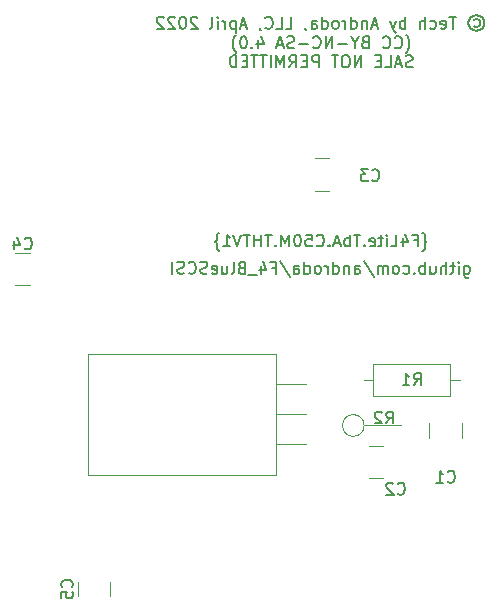
<source format=gbr>
%TF.GenerationSoftware,KiCad,Pcbnew,(6.0.2)*%
%TF.CreationDate,2022-04-05T12:16:13-06:00*%
%TF.ProjectId,Centronics50_F4Lite_THTV1,43656e74-726f-46e6-9963-7335305f4634,rev?*%
%TF.SameCoordinates,Original*%
%TF.FileFunction,Legend,Bot*%
%TF.FilePolarity,Positive*%
%FSLAX46Y46*%
G04 Gerber Fmt 4.6, Leading zero omitted, Abs format (unit mm)*
G04 Created by KiCad (PCBNEW (6.0.2)) date 2022-04-05 12:16:13*
%MOMM*%
%LPD*%
G01*
G04 APERTURE LIST*
%ADD10C,0.150000*%
%ADD11C,0.120000*%
G04 APERTURE END LIST*
D10*
X143350476Y-34628333D02*
X143398095Y-34580714D01*
X143493333Y-34437857D01*
X143540952Y-34342619D01*
X143588571Y-34199761D01*
X143636190Y-33961666D01*
X143636190Y-33771190D01*
X143588571Y-33533095D01*
X143540952Y-33390238D01*
X143493333Y-33295000D01*
X143398095Y-33152142D01*
X143350476Y-33104523D01*
X142398095Y-34152142D02*
X142445714Y-34199761D01*
X142588571Y-34247380D01*
X142683809Y-34247380D01*
X142826666Y-34199761D01*
X142921904Y-34104523D01*
X142969523Y-34009285D01*
X143017142Y-33818809D01*
X143017142Y-33675952D01*
X142969523Y-33485476D01*
X142921904Y-33390238D01*
X142826666Y-33295000D01*
X142683809Y-33247380D01*
X142588571Y-33247380D01*
X142445714Y-33295000D01*
X142398095Y-33342619D01*
X141398095Y-34152142D02*
X141445714Y-34199761D01*
X141588571Y-34247380D01*
X141683809Y-34247380D01*
X141826666Y-34199761D01*
X141921904Y-34104523D01*
X141969523Y-34009285D01*
X142017142Y-33818809D01*
X142017142Y-33675952D01*
X141969523Y-33485476D01*
X141921904Y-33390238D01*
X141826666Y-33295000D01*
X141683809Y-33247380D01*
X141588571Y-33247380D01*
X141445714Y-33295000D01*
X141398095Y-33342619D01*
X139874285Y-33723571D02*
X139731428Y-33771190D01*
X139683809Y-33818809D01*
X139636190Y-33914047D01*
X139636190Y-34056904D01*
X139683809Y-34152142D01*
X139731428Y-34199761D01*
X139826666Y-34247380D01*
X140207619Y-34247380D01*
X140207619Y-33247380D01*
X139874285Y-33247380D01*
X139779047Y-33295000D01*
X139731428Y-33342619D01*
X139683809Y-33437857D01*
X139683809Y-33533095D01*
X139731428Y-33628333D01*
X139779047Y-33675952D01*
X139874285Y-33723571D01*
X140207619Y-33723571D01*
X139017142Y-33771190D02*
X139017142Y-34247380D01*
X139350476Y-33247380D02*
X139017142Y-33771190D01*
X138683809Y-33247380D01*
X138350476Y-33866428D02*
X137588571Y-33866428D01*
X137112380Y-34247380D02*
X137112380Y-33247380D01*
X136540952Y-34247380D01*
X136540952Y-33247380D01*
X135493333Y-34152142D02*
X135540952Y-34199761D01*
X135683809Y-34247380D01*
X135779047Y-34247380D01*
X135921904Y-34199761D01*
X136017142Y-34104523D01*
X136064761Y-34009285D01*
X136112380Y-33818809D01*
X136112380Y-33675952D01*
X136064761Y-33485476D01*
X136017142Y-33390238D01*
X135921904Y-33295000D01*
X135779047Y-33247380D01*
X135683809Y-33247380D01*
X135540952Y-33295000D01*
X135493333Y-33342619D01*
X135064761Y-33866428D02*
X134302857Y-33866428D01*
X133874285Y-34199761D02*
X133731428Y-34247380D01*
X133493333Y-34247380D01*
X133398095Y-34199761D01*
X133350476Y-34152142D01*
X133302857Y-34056904D01*
X133302857Y-33961666D01*
X133350476Y-33866428D01*
X133398095Y-33818809D01*
X133493333Y-33771190D01*
X133683809Y-33723571D01*
X133779047Y-33675952D01*
X133826666Y-33628333D01*
X133874285Y-33533095D01*
X133874285Y-33437857D01*
X133826666Y-33342619D01*
X133779047Y-33295000D01*
X133683809Y-33247380D01*
X133445714Y-33247380D01*
X133302857Y-33295000D01*
X132921904Y-33961666D02*
X132445714Y-33961666D01*
X133017142Y-34247380D02*
X132683809Y-33247380D01*
X132350476Y-34247380D01*
X130826666Y-33580714D02*
X130826666Y-34247380D01*
X131064761Y-33199761D02*
X131302857Y-33914047D01*
X130683809Y-33914047D01*
X130302857Y-34152142D02*
X130255238Y-34199761D01*
X130302857Y-34247380D01*
X130350476Y-34199761D01*
X130302857Y-34152142D01*
X130302857Y-34247380D01*
X129636190Y-33247380D02*
X129540952Y-33247380D01*
X129445714Y-33295000D01*
X129398095Y-33342619D01*
X129350476Y-33437857D01*
X129302857Y-33628333D01*
X129302857Y-33866428D01*
X129350476Y-34056904D01*
X129398095Y-34152142D01*
X129445714Y-34199761D01*
X129540952Y-34247380D01*
X129636190Y-34247380D01*
X129731428Y-34199761D01*
X129779047Y-34152142D01*
X129826666Y-34056904D01*
X129874285Y-33866428D01*
X129874285Y-33628333D01*
X129826666Y-33437857D01*
X129779047Y-33342619D01*
X129731428Y-33295000D01*
X129636190Y-33247380D01*
X128969523Y-34628333D02*
X128921904Y-34580714D01*
X128826666Y-34437857D01*
X128779047Y-34342619D01*
X128731428Y-34199761D01*
X128683809Y-33961666D01*
X128683809Y-33771190D01*
X128731428Y-33533095D01*
X128779047Y-33390238D01*
X128826666Y-33295000D01*
X128921904Y-33152142D01*
X128969523Y-33104523D01*
X143898095Y-35809761D02*
X143755238Y-35857380D01*
X143517142Y-35857380D01*
X143421904Y-35809761D01*
X143374285Y-35762142D01*
X143326666Y-35666904D01*
X143326666Y-35571666D01*
X143374285Y-35476428D01*
X143421904Y-35428809D01*
X143517142Y-35381190D01*
X143707619Y-35333571D01*
X143802857Y-35285952D01*
X143850476Y-35238333D01*
X143898095Y-35143095D01*
X143898095Y-35047857D01*
X143850476Y-34952619D01*
X143802857Y-34905000D01*
X143707619Y-34857380D01*
X143469523Y-34857380D01*
X143326666Y-34905000D01*
X142945714Y-35571666D02*
X142469523Y-35571666D01*
X143040952Y-35857380D02*
X142707619Y-34857380D01*
X142374285Y-35857380D01*
X141564761Y-35857380D02*
X142040952Y-35857380D01*
X142040952Y-34857380D01*
X141231428Y-35333571D02*
X140898095Y-35333571D01*
X140755238Y-35857380D02*
X141231428Y-35857380D01*
X141231428Y-34857380D01*
X140755238Y-34857380D01*
X139564761Y-35857380D02*
X139564761Y-34857380D01*
X138993333Y-35857380D01*
X138993333Y-34857380D01*
X138326666Y-34857380D02*
X138136190Y-34857380D01*
X138040952Y-34905000D01*
X137945714Y-35000238D01*
X137898095Y-35190714D01*
X137898095Y-35524047D01*
X137945714Y-35714523D01*
X138040952Y-35809761D01*
X138136190Y-35857380D01*
X138326666Y-35857380D01*
X138421904Y-35809761D01*
X138517142Y-35714523D01*
X138564761Y-35524047D01*
X138564761Y-35190714D01*
X138517142Y-35000238D01*
X138421904Y-34905000D01*
X138326666Y-34857380D01*
X137612380Y-34857380D02*
X137040952Y-34857380D01*
X137326666Y-35857380D02*
X137326666Y-34857380D01*
X135945714Y-35857380D02*
X135945714Y-34857380D01*
X135564761Y-34857380D01*
X135469523Y-34905000D01*
X135421904Y-34952619D01*
X135374285Y-35047857D01*
X135374285Y-35190714D01*
X135421904Y-35285952D01*
X135469523Y-35333571D01*
X135564761Y-35381190D01*
X135945714Y-35381190D01*
X134945714Y-35333571D02*
X134612380Y-35333571D01*
X134469523Y-35857380D02*
X134945714Y-35857380D01*
X134945714Y-34857380D01*
X134469523Y-34857380D01*
X133469523Y-35857380D02*
X133802857Y-35381190D01*
X134040952Y-35857380D02*
X134040952Y-34857380D01*
X133660000Y-34857380D01*
X133564761Y-34905000D01*
X133517142Y-34952619D01*
X133469523Y-35047857D01*
X133469523Y-35190714D01*
X133517142Y-35285952D01*
X133564761Y-35333571D01*
X133660000Y-35381190D01*
X134040952Y-35381190D01*
X133040952Y-35857380D02*
X133040952Y-34857380D01*
X132707619Y-35571666D01*
X132374285Y-34857380D01*
X132374285Y-35857380D01*
X131898095Y-35857380D02*
X131898095Y-34857380D01*
X131564761Y-34857380D02*
X130993333Y-34857380D01*
X131279047Y-35857380D02*
X131279047Y-34857380D01*
X130802857Y-34857380D02*
X130231428Y-34857380D01*
X130517142Y-35857380D02*
X130517142Y-34857380D01*
X129898095Y-35333571D02*
X129564761Y-35333571D01*
X129421904Y-35857380D02*
X129898095Y-35857380D01*
X129898095Y-34857380D01*
X129421904Y-34857380D01*
X128993333Y-35857380D02*
X128993333Y-34857380D01*
X128755238Y-34857380D01*
X128612380Y-34905000D01*
X128517142Y-35000238D01*
X128469523Y-35095476D01*
X128421904Y-35285952D01*
X128421904Y-35428809D01*
X128469523Y-35619285D01*
X128517142Y-35714523D01*
X128612380Y-35809761D01*
X128755238Y-35857380D01*
X128993333Y-35857380D01*
X148276697Y-52676134D02*
X148276697Y-53485658D01*
X148324316Y-53580896D01*
X148371935Y-53628515D01*
X148467173Y-53676134D01*
X148610030Y-53676134D01*
X148705268Y-53628515D01*
X148276697Y-53295181D02*
X148371935Y-53342800D01*
X148562411Y-53342800D01*
X148657649Y-53295181D01*
X148705268Y-53247562D01*
X148752887Y-53152324D01*
X148752887Y-52866610D01*
X148705268Y-52771372D01*
X148657649Y-52723753D01*
X148562411Y-52676134D01*
X148371935Y-52676134D01*
X148276697Y-52723753D01*
X147800506Y-53342800D02*
X147800506Y-52676134D01*
X147800506Y-52342800D02*
X147848125Y-52390420D01*
X147800506Y-52438039D01*
X147752887Y-52390420D01*
X147800506Y-52342800D01*
X147800506Y-52438039D01*
X147467173Y-52676134D02*
X147086220Y-52676134D01*
X147324316Y-52342800D02*
X147324316Y-53199943D01*
X147276697Y-53295181D01*
X147181459Y-53342800D01*
X147086220Y-53342800D01*
X146752887Y-53342800D02*
X146752887Y-52342800D01*
X146324316Y-53342800D02*
X146324316Y-52818991D01*
X146371935Y-52723753D01*
X146467173Y-52676134D01*
X146610030Y-52676134D01*
X146705268Y-52723753D01*
X146752887Y-52771372D01*
X145419554Y-52676134D02*
X145419554Y-53342800D01*
X145848125Y-52676134D02*
X145848125Y-53199943D01*
X145800506Y-53295181D01*
X145705268Y-53342800D01*
X145562411Y-53342800D01*
X145467173Y-53295181D01*
X145419554Y-53247562D01*
X144943363Y-53342800D02*
X144943363Y-52342800D01*
X144943363Y-52723753D02*
X144848125Y-52676134D01*
X144657649Y-52676134D01*
X144562411Y-52723753D01*
X144514792Y-52771372D01*
X144467173Y-52866610D01*
X144467173Y-53152324D01*
X144514792Y-53247562D01*
X144562411Y-53295181D01*
X144657649Y-53342800D01*
X144848125Y-53342800D01*
X144943363Y-53295181D01*
X144038601Y-53247562D02*
X143990982Y-53295181D01*
X144038601Y-53342800D01*
X144086220Y-53295181D01*
X144038601Y-53247562D01*
X144038601Y-53342800D01*
X143133840Y-53295181D02*
X143229078Y-53342800D01*
X143419554Y-53342800D01*
X143514792Y-53295181D01*
X143562411Y-53247562D01*
X143610030Y-53152324D01*
X143610030Y-52866610D01*
X143562411Y-52771372D01*
X143514792Y-52723753D01*
X143419554Y-52676134D01*
X143229078Y-52676134D01*
X143133840Y-52723753D01*
X142562411Y-53342800D02*
X142657649Y-53295181D01*
X142705268Y-53247562D01*
X142752887Y-53152324D01*
X142752887Y-52866610D01*
X142705268Y-52771372D01*
X142657649Y-52723753D01*
X142562411Y-52676134D01*
X142419554Y-52676134D01*
X142324316Y-52723753D01*
X142276697Y-52771372D01*
X142229078Y-52866610D01*
X142229078Y-53152324D01*
X142276697Y-53247562D01*
X142324316Y-53295181D01*
X142419554Y-53342800D01*
X142562411Y-53342800D01*
X141800506Y-53342800D02*
X141800506Y-52676134D01*
X141800506Y-52771372D02*
X141752887Y-52723753D01*
X141657649Y-52676134D01*
X141514792Y-52676134D01*
X141419554Y-52723753D01*
X141371935Y-52818991D01*
X141371935Y-53342800D01*
X141371935Y-52818991D02*
X141324316Y-52723753D01*
X141229078Y-52676134D01*
X141086220Y-52676134D01*
X140990982Y-52723753D01*
X140943363Y-52818991D01*
X140943363Y-53342800D01*
X139752887Y-52295181D02*
X140610030Y-53580896D01*
X138990982Y-53342800D02*
X138990982Y-52818991D01*
X139038601Y-52723753D01*
X139133840Y-52676134D01*
X139324316Y-52676134D01*
X139419554Y-52723753D01*
X138990982Y-53295181D02*
X139086220Y-53342800D01*
X139324316Y-53342800D01*
X139419554Y-53295181D01*
X139467173Y-53199943D01*
X139467173Y-53104705D01*
X139419554Y-53009467D01*
X139324316Y-52961848D01*
X139086220Y-52961848D01*
X138990982Y-52914229D01*
X138514792Y-52676134D02*
X138514792Y-53342800D01*
X138514792Y-52771372D02*
X138467173Y-52723753D01*
X138371935Y-52676134D01*
X138229078Y-52676134D01*
X138133840Y-52723753D01*
X138086220Y-52818991D01*
X138086220Y-53342800D01*
X137181459Y-53342800D02*
X137181459Y-52342800D01*
X137181459Y-53295181D02*
X137276697Y-53342800D01*
X137467173Y-53342800D01*
X137562411Y-53295181D01*
X137610030Y-53247562D01*
X137657649Y-53152324D01*
X137657649Y-52866610D01*
X137610030Y-52771372D01*
X137562411Y-52723753D01*
X137467173Y-52676134D01*
X137276697Y-52676134D01*
X137181459Y-52723753D01*
X136705268Y-53342800D02*
X136705268Y-52676134D01*
X136705268Y-52866610D02*
X136657649Y-52771372D01*
X136610030Y-52723753D01*
X136514792Y-52676134D01*
X136419554Y-52676134D01*
X135943363Y-53342800D02*
X136038601Y-53295181D01*
X136086220Y-53247562D01*
X136133840Y-53152324D01*
X136133840Y-52866610D01*
X136086220Y-52771372D01*
X136038601Y-52723753D01*
X135943363Y-52676134D01*
X135800506Y-52676134D01*
X135705268Y-52723753D01*
X135657649Y-52771372D01*
X135610030Y-52866610D01*
X135610030Y-53152324D01*
X135657649Y-53247562D01*
X135705268Y-53295181D01*
X135800506Y-53342800D01*
X135943363Y-53342800D01*
X134752887Y-53342800D02*
X134752887Y-52342800D01*
X134752887Y-53295181D02*
X134848125Y-53342800D01*
X135038601Y-53342800D01*
X135133840Y-53295181D01*
X135181459Y-53247562D01*
X135229078Y-53152324D01*
X135229078Y-52866610D01*
X135181459Y-52771372D01*
X135133840Y-52723753D01*
X135038601Y-52676134D01*
X134848125Y-52676134D01*
X134752887Y-52723753D01*
X133848125Y-53342800D02*
X133848125Y-52818991D01*
X133895744Y-52723753D01*
X133990982Y-52676134D01*
X134181459Y-52676134D01*
X134276697Y-52723753D01*
X133848125Y-53295181D02*
X133943363Y-53342800D01*
X134181459Y-53342800D01*
X134276697Y-53295181D01*
X134324316Y-53199943D01*
X134324316Y-53104705D01*
X134276697Y-53009467D01*
X134181459Y-52961848D01*
X133943363Y-52961848D01*
X133848125Y-52914229D01*
X132657649Y-52295181D02*
X133514792Y-53580896D01*
X131990982Y-52818991D02*
X132324316Y-52818991D01*
X132324316Y-53342800D02*
X132324316Y-52342800D01*
X131848125Y-52342800D01*
X131038601Y-52676134D02*
X131038601Y-53342800D01*
X131276697Y-52295181D02*
X131514792Y-53009467D01*
X130895744Y-53009467D01*
X130752887Y-53438039D02*
X129990982Y-53438039D01*
X129419554Y-52818991D02*
X129276697Y-52866610D01*
X129229078Y-52914229D01*
X129181459Y-53009467D01*
X129181459Y-53152324D01*
X129229078Y-53247562D01*
X129276697Y-53295181D01*
X129371935Y-53342800D01*
X129752887Y-53342800D01*
X129752887Y-52342800D01*
X129419554Y-52342800D01*
X129324316Y-52390420D01*
X129276697Y-52438039D01*
X129229078Y-52533277D01*
X129229078Y-52628515D01*
X129276697Y-52723753D01*
X129324316Y-52771372D01*
X129419554Y-52818991D01*
X129752887Y-52818991D01*
X128610030Y-53342800D02*
X128705268Y-53295181D01*
X128752887Y-53199943D01*
X128752887Y-52342800D01*
X127800506Y-52676134D02*
X127800506Y-53342800D01*
X128229078Y-52676134D02*
X128229078Y-53199943D01*
X128181459Y-53295181D01*
X128086220Y-53342800D01*
X127943363Y-53342800D01*
X127848125Y-53295181D01*
X127800506Y-53247562D01*
X126943363Y-53295181D02*
X127038601Y-53342800D01*
X127229078Y-53342800D01*
X127324316Y-53295181D01*
X127371935Y-53199943D01*
X127371935Y-52818991D01*
X127324316Y-52723753D01*
X127229078Y-52676134D01*
X127038601Y-52676134D01*
X126943363Y-52723753D01*
X126895744Y-52818991D01*
X126895744Y-52914229D01*
X127371935Y-53009467D01*
X126514792Y-53295181D02*
X126371935Y-53342800D01*
X126133840Y-53342800D01*
X126038601Y-53295181D01*
X125990982Y-53247562D01*
X125943363Y-53152324D01*
X125943363Y-53057086D01*
X125990982Y-52961848D01*
X126038601Y-52914229D01*
X126133840Y-52866610D01*
X126324316Y-52818991D01*
X126419554Y-52771372D01*
X126467173Y-52723753D01*
X126514792Y-52628515D01*
X126514792Y-52533277D01*
X126467173Y-52438039D01*
X126419554Y-52390420D01*
X126324316Y-52342800D01*
X126086220Y-52342800D01*
X125943363Y-52390420D01*
X124943363Y-53247562D02*
X124990982Y-53295181D01*
X125133840Y-53342800D01*
X125229078Y-53342800D01*
X125371935Y-53295181D01*
X125467173Y-53199943D01*
X125514792Y-53104705D01*
X125562411Y-52914229D01*
X125562411Y-52771372D01*
X125514792Y-52580896D01*
X125467173Y-52485658D01*
X125371935Y-52390420D01*
X125229078Y-52342800D01*
X125133840Y-52342800D01*
X124990982Y-52390420D01*
X124943363Y-52438039D01*
X124562411Y-53295181D02*
X124419554Y-53342800D01*
X124181459Y-53342800D01*
X124086220Y-53295181D01*
X124038601Y-53247562D01*
X123990982Y-53152324D01*
X123990982Y-53057086D01*
X124038601Y-52961848D01*
X124086220Y-52914229D01*
X124181459Y-52866610D01*
X124371935Y-52818991D01*
X124467173Y-52771372D01*
X124514792Y-52723753D01*
X124562411Y-52628515D01*
X124562411Y-52533277D01*
X124514792Y-52438039D01*
X124467173Y-52390420D01*
X124371935Y-52342800D01*
X124133840Y-52342800D01*
X123990982Y-52390420D01*
X123562411Y-53342800D02*
X123562411Y-52342800D01*
X144729078Y-51404733D02*
X144776697Y-51404733D01*
X144871935Y-51357114D01*
X144919554Y-51261876D01*
X144919554Y-50785685D01*
X144967173Y-50690447D01*
X145062411Y-50642828D01*
X144967173Y-50595209D01*
X144919554Y-50499971D01*
X144919554Y-50023780D01*
X144871935Y-49928542D01*
X144776697Y-49880923D01*
X144729078Y-49880923D01*
X144014792Y-50499971D02*
X144348125Y-50499971D01*
X144348125Y-51023780D02*
X144348125Y-50023780D01*
X143871935Y-50023780D01*
X143062411Y-50357114D02*
X143062411Y-51023780D01*
X143300506Y-49976161D02*
X143538601Y-50690447D01*
X142919554Y-50690447D01*
X142062411Y-51023780D02*
X142538601Y-51023780D01*
X142538601Y-50023780D01*
X141729078Y-51023780D02*
X141729078Y-50357114D01*
X141729078Y-50023780D02*
X141776697Y-50071400D01*
X141729078Y-50119019D01*
X141681459Y-50071400D01*
X141729078Y-50023780D01*
X141729078Y-50119019D01*
X141395744Y-50357114D02*
X141014792Y-50357114D01*
X141252887Y-50023780D02*
X141252887Y-50880923D01*
X141205268Y-50976161D01*
X141110030Y-51023780D01*
X141014792Y-51023780D01*
X140300506Y-50976161D02*
X140395744Y-51023780D01*
X140586220Y-51023780D01*
X140681459Y-50976161D01*
X140729078Y-50880923D01*
X140729078Y-50499971D01*
X140681459Y-50404733D01*
X140586220Y-50357114D01*
X140395744Y-50357114D01*
X140300506Y-50404733D01*
X140252887Y-50499971D01*
X140252887Y-50595209D01*
X140729078Y-50690447D01*
X139824316Y-50928542D02*
X139776697Y-50976161D01*
X139824316Y-51023780D01*
X139871935Y-50976161D01*
X139824316Y-50928542D01*
X139824316Y-51023780D01*
X139490982Y-50023780D02*
X138919554Y-50023780D01*
X139205268Y-51023780D02*
X139205268Y-50023780D01*
X138586220Y-51023780D02*
X138586220Y-50023780D01*
X138586220Y-50404733D02*
X138490982Y-50357114D01*
X138300506Y-50357114D01*
X138205268Y-50404733D01*
X138157649Y-50452352D01*
X138110030Y-50547590D01*
X138110030Y-50833304D01*
X138157649Y-50928542D01*
X138205268Y-50976161D01*
X138300506Y-51023780D01*
X138490982Y-51023780D01*
X138586220Y-50976161D01*
X137729078Y-50738066D02*
X137252887Y-50738066D01*
X137824316Y-51023780D02*
X137490982Y-50023780D01*
X137157649Y-51023780D01*
X136824316Y-50928542D02*
X136776697Y-50976161D01*
X136824316Y-51023780D01*
X136871935Y-50976161D01*
X136824316Y-50928542D01*
X136824316Y-51023780D01*
X135776697Y-50928542D02*
X135824316Y-50976161D01*
X135967173Y-51023780D01*
X136062411Y-51023780D01*
X136205268Y-50976161D01*
X136300506Y-50880923D01*
X136348125Y-50785685D01*
X136395744Y-50595209D01*
X136395744Y-50452352D01*
X136348125Y-50261876D01*
X136300506Y-50166638D01*
X136205268Y-50071400D01*
X136062411Y-50023780D01*
X135967173Y-50023780D01*
X135824316Y-50071400D01*
X135776697Y-50119019D01*
X134871935Y-50023780D02*
X135348125Y-50023780D01*
X135395744Y-50499971D01*
X135348125Y-50452352D01*
X135252887Y-50404733D01*
X135014792Y-50404733D01*
X134919554Y-50452352D01*
X134871935Y-50499971D01*
X134824316Y-50595209D01*
X134824316Y-50833304D01*
X134871935Y-50928542D01*
X134919554Y-50976161D01*
X135014792Y-51023780D01*
X135252887Y-51023780D01*
X135348125Y-50976161D01*
X135395744Y-50928542D01*
X134205268Y-50023780D02*
X134110030Y-50023780D01*
X134014792Y-50071400D01*
X133967173Y-50119019D01*
X133919554Y-50214257D01*
X133871935Y-50404733D01*
X133871935Y-50642828D01*
X133919554Y-50833304D01*
X133967173Y-50928542D01*
X134014792Y-50976161D01*
X134110030Y-51023780D01*
X134205268Y-51023780D01*
X134300506Y-50976161D01*
X134348125Y-50928542D01*
X134395744Y-50833304D01*
X134443363Y-50642828D01*
X134443363Y-50404733D01*
X134395744Y-50214257D01*
X134348125Y-50119019D01*
X134300506Y-50071400D01*
X134205268Y-50023780D01*
X133443363Y-51023780D02*
X133443363Y-50023780D01*
X133110030Y-50738066D01*
X132776697Y-50023780D01*
X132776697Y-51023780D01*
X132300506Y-50928542D02*
X132252887Y-50976161D01*
X132300506Y-51023780D01*
X132348125Y-50976161D01*
X132300506Y-50928542D01*
X132300506Y-51023780D01*
X131967173Y-50023780D02*
X131395744Y-50023780D01*
X131681459Y-51023780D02*
X131681459Y-50023780D01*
X131062411Y-51023780D02*
X131062411Y-50023780D01*
X131062411Y-50499971D02*
X130490982Y-50499971D01*
X130490982Y-51023780D02*
X130490982Y-50023780D01*
X130157649Y-50023780D02*
X129586220Y-50023780D01*
X129871935Y-51023780D02*
X129871935Y-50023780D01*
X129395744Y-50023780D02*
X129062411Y-51023780D01*
X128729078Y-50023780D01*
X127871935Y-51023780D02*
X128443363Y-51023780D01*
X128157649Y-51023780D02*
X128157649Y-50023780D01*
X128252887Y-50166638D01*
X128348125Y-50261876D01*
X128443363Y-50309495D01*
X127538601Y-51404733D02*
X127490982Y-51404733D01*
X127395744Y-51357114D01*
X127348125Y-51261876D01*
X127348125Y-50785685D01*
X127300506Y-50690447D01*
X127205268Y-50642828D01*
X127300506Y-50595209D01*
X127348125Y-50499971D01*
X127348125Y-50023780D01*
X127395744Y-49928542D01*
X127490982Y-49880923D01*
X127538601Y-49880923D01*
X149110000Y-31830476D02*
X149205238Y-31782857D01*
X149395714Y-31782857D01*
X149490952Y-31830476D01*
X149586190Y-31925714D01*
X149633809Y-32020952D01*
X149633809Y-32211428D01*
X149586190Y-32306666D01*
X149490952Y-32401904D01*
X149395714Y-32449523D01*
X149205238Y-32449523D01*
X149110000Y-32401904D01*
X149300476Y-31449523D02*
X149538571Y-31497142D01*
X149776666Y-31640000D01*
X149919523Y-31878095D01*
X149967142Y-32116190D01*
X149919523Y-32354285D01*
X149776666Y-32592380D01*
X149538571Y-32735238D01*
X149300476Y-32782857D01*
X149062380Y-32735238D01*
X148824285Y-32592380D01*
X148681428Y-32354285D01*
X148633809Y-32116190D01*
X148681428Y-31878095D01*
X148824285Y-31640000D01*
X149062380Y-31497142D01*
X149300476Y-31449523D01*
X147586190Y-31592380D02*
X147014761Y-31592380D01*
X147300476Y-32592380D02*
X147300476Y-31592380D01*
X146300476Y-32544761D02*
X146395714Y-32592380D01*
X146586190Y-32592380D01*
X146681428Y-32544761D01*
X146729047Y-32449523D01*
X146729047Y-32068571D01*
X146681428Y-31973333D01*
X146586190Y-31925714D01*
X146395714Y-31925714D01*
X146300476Y-31973333D01*
X146252857Y-32068571D01*
X146252857Y-32163809D01*
X146729047Y-32259047D01*
X145395714Y-32544761D02*
X145490952Y-32592380D01*
X145681428Y-32592380D01*
X145776666Y-32544761D01*
X145824285Y-32497142D01*
X145871904Y-32401904D01*
X145871904Y-32116190D01*
X145824285Y-32020952D01*
X145776666Y-31973333D01*
X145681428Y-31925714D01*
X145490952Y-31925714D01*
X145395714Y-31973333D01*
X144967142Y-32592380D02*
X144967142Y-31592380D01*
X144538571Y-32592380D02*
X144538571Y-32068571D01*
X144586190Y-31973333D01*
X144681428Y-31925714D01*
X144824285Y-31925714D01*
X144919523Y-31973333D01*
X144967142Y-32020952D01*
X143300476Y-32592380D02*
X143300476Y-31592380D01*
X143300476Y-31973333D02*
X143205238Y-31925714D01*
X143014761Y-31925714D01*
X142919523Y-31973333D01*
X142871904Y-32020952D01*
X142824285Y-32116190D01*
X142824285Y-32401904D01*
X142871904Y-32497142D01*
X142919523Y-32544761D01*
X143014761Y-32592380D01*
X143205238Y-32592380D01*
X143300476Y-32544761D01*
X142490952Y-31925714D02*
X142252857Y-32592380D01*
X142014761Y-31925714D02*
X142252857Y-32592380D01*
X142348095Y-32830476D01*
X142395714Y-32878095D01*
X142490952Y-32925714D01*
X140919523Y-32306666D02*
X140443333Y-32306666D01*
X141014761Y-32592380D02*
X140681428Y-31592380D01*
X140348095Y-32592380D01*
X140014761Y-31925714D02*
X140014761Y-32592380D01*
X140014761Y-32020952D02*
X139967142Y-31973333D01*
X139871904Y-31925714D01*
X139729047Y-31925714D01*
X139633809Y-31973333D01*
X139586190Y-32068571D01*
X139586190Y-32592380D01*
X138681428Y-32592380D02*
X138681428Y-31592380D01*
X138681428Y-32544761D02*
X138776666Y-32592380D01*
X138967142Y-32592380D01*
X139062380Y-32544761D01*
X139110000Y-32497142D01*
X139157619Y-32401904D01*
X139157619Y-32116190D01*
X139110000Y-32020952D01*
X139062380Y-31973333D01*
X138967142Y-31925714D01*
X138776666Y-31925714D01*
X138681428Y-31973333D01*
X138205238Y-32592380D02*
X138205238Y-31925714D01*
X138205238Y-32116190D02*
X138157619Y-32020952D01*
X138110000Y-31973333D01*
X138014761Y-31925714D01*
X137919523Y-31925714D01*
X137443333Y-32592380D02*
X137538571Y-32544761D01*
X137586190Y-32497142D01*
X137633809Y-32401904D01*
X137633809Y-32116190D01*
X137586190Y-32020952D01*
X137538571Y-31973333D01*
X137443333Y-31925714D01*
X137300476Y-31925714D01*
X137205238Y-31973333D01*
X137157619Y-32020952D01*
X137110000Y-32116190D01*
X137110000Y-32401904D01*
X137157619Y-32497142D01*
X137205238Y-32544761D01*
X137300476Y-32592380D01*
X137443333Y-32592380D01*
X136252857Y-32592380D02*
X136252857Y-31592380D01*
X136252857Y-32544761D02*
X136348095Y-32592380D01*
X136538571Y-32592380D01*
X136633809Y-32544761D01*
X136681428Y-32497142D01*
X136729047Y-32401904D01*
X136729047Y-32116190D01*
X136681428Y-32020952D01*
X136633809Y-31973333D01*
X136538571Y-31925714D01*
X136348095Y-31925714D01*
X136252857Y-31973333D01*
X135348095Y-32592380D02*
X135348095Y-32068571D01*
X135395714Y-31973333D01*
X135490952Y-31925714D01*
X135681428Y-31925714D01*
X135776666Y-31973333D01*
X135348095Y-32544761D02*
X135443333Y-32592380D01*
X135681428Y-32592380D01*
X135776666Y-32544761D01*
X135824285Y-32449523D01*
X135824285Y-32354285D01*
X135776666Y-32259047D01*
X135681428Y-32211428D01*
X135443333Y-32211428D01*
X135348095Y-32163809D01*
X134824285Y-32544761D02*
X134824285Y-32592380D01*
X134871904Y-32687619D01*
X134919523Y-32735238D01*
X133157619Y-32592380D02*
X133633809Y-32592380D01*
X133633809Y-31592380D01*
X132348095Y-32592380D02*
X132824285Y-32592380D01*
X132824285Y-31592380D01*
X131443333Y-32497142D02*
X131490952Y-32544761D01*
X131633809Y-32592380D01*
X131729047Y-32592380D01*
X131871904Y-32544761D01*
X131967142Y-32449523D01*
X132014761Y-32354285D01*
X132062380Y-32163809D01*
X132062380Y-32020952D01*
X132014761Y-31830476D01*
X131967142Y-31735238D01*
X131871904Y-31640000D01*
X131729047Y-31592380D01*
X131633809Y-31592380D01*
X131490952Y-31640000D01*
X131443333Y-31687619D01*
X130967142Y-32544761D02*
X130967142Y-32592380D01*
X131014761Y-32687619D01*
X131062380Y-32735238D01*
X129824285Y-32306666D02*
X129348095Y-32306666D01*
X129919523Y-32592380D02*
X129586190Y-31592380D01*
X129252857Y-32592380D01*
X128919523Y-31925714D02*
X128919523Y-32925714D01*
X128919523Y-31973333D02*
X128824285Y-31925714D01*
X128633809Y-31925714D01*
X128538571Y-31973333D01*
X128490952Y-32020952D01*
X128443333Y-32116190D01*
X128443333Y-32401904D01*
X128490952Y-32497142D01*
X128538571Y-32544761D01*
X128633809Y-32592380D01*
X128824285Y-32592380D01*
X128919523Y-32544761D01*
X128014761Y-32592380D02*
X128014761Y-31925714D01*
X128014761Y-32116190D02*
X127967142Y-32020952D01*
X127919523Y-31973333D01*
X127824285Y-31925714D01*
X127729047Y-31925714D01*
X127395714Y-32592380D02*
X127395714Y-31925714D01*
X127395714Y-31592380D02*
X127443333Y-31640000D01*
X127395714Y-31687619D01*
X127348095Y-31640000D01*
X127395714Y-31592380D01*
X127395714Y-31687619D01*
X126776666Y-32592380D02*
X126871904Y-32544761D01*
X126919523Y-32449523D01*
X126919523Y-31592380D01*
X125681428Y-31687619D02*
X125633809Y-31640000D01*
X125538571Y-31592380D01*
X125300476Y-31592380D01*
X125205238Y-31640000D01*
X125157619Y-31687619D01*
X125110000Y-31782857D01*
X125110000Y-31878095D01*
X125157619Y-32020952D01*
X125729047Y-32592380D01*
X125110000Y-32592380D01*
X124490952Y-31592380D02*
X124395714Y-31592380D01*
X124300476Y-31640000D01*
X124252857Y-31687619D01*
X124205238Y-31782857D01*
X124157619Y-31973333D01*
X124157619Y-32211428D01*
X124205238Y-32401904D01*
X124252857Y-32497142D01*
X124300476Y-32544761D01*
X124395714Y-32592380D01*
X124490952Y-32592380D01*
X124586190Y-32544761D01*
X124633809Y-32497142D01*
X124681428Y-32401904D01*
X124729047Y-32211428D01*
X124729047Y-31973333D01*
X124681428Y-31782857D01*
X124633809Y-31687619D01*
X124586190Y-31640000D01*
X124490952Y-31592380D01*
X123776666Y-31687619D02*
X123729047Y-31640000D01*
X123633809Y-31592380D01*
X123395714Y-31592380D01*
X123300476Y-31640000D01*
X123252857Y-31687619D01*
X123205238Y-31782857D01*
X123205238Y-31878095D01*
X123252857Y-32020952D01*
X123824285Y-32592380D01*
X123205238Y-32592380D01*
X122824285Y-31687619D02*
X122776666Y-31640000D01*
X122681428Y-31592380D01*
X122443333Y-31592380D01*
X122348095Y-31640000D01*
X122300476Y-31687619D01*
X122252857Y-31782857D01*
X122252857Y-31878095D01*
X122300476Y-32020952D01*
X122871904Y-32592380D01*
X122252857Y-32592380D01*
%TO.C,C5*%
X115050842Y-79884913D02*
X115098461Y-79837294D01*
X115146080Y-79694437D01*
X115146080Y-79599199D01*
X115098461Y-79456341D01*
X115003223Y-79361103D01*
X114907985Y-79313484D01*
X114717509Y-79265865D01*
X114574652Y-79265865D01*
X114384176Y-79313484D01*
X114288938Y-79361103D01*
X114193700Y-79456341D01*
X114146080Y-79599199D01*
X114146080Y-79694437D01*
X114193700Y-79837294D01*
X114241319Y-79884913D01*
X114146080Y-80789675D02*
X114146080Y-80313484D01*
X114622271Y-80265865D01*
X114574652Y-80313484D01*
X114527033Y-80408722D01*
X114527033Y-80646818D01*
X114574652Y-80742056D01*
X114622271Y-80789675D01*
X114717509Y-80837294D01*
X114955604Y-80837294D01*
X115050842Y-80789675D01*
X115098461Y-80742056D01*
X115146080Y-80646818D01*
X115146080Y-80408722D01*
X115098461Y-80313484D01*
X115050842Y-80265865D01*
%TO.C,C4*%
X111049706Y-51182542D02*
X111097325Y-51230161D01*
X111240182Y-51277780D01*
X111335420Y-51277780D01*
X111478278Y-51230161D01*
X111573516Y-51134923D01*
X111621135Y-51039685D01*
X111668754Y-50849209D01*
X111668754Y-50706352D01*
X111621135Y-50515876D01*
X111573516Y-50420638D01*
X111478278Y-50325400D01*
X111335420Y-50277780D01*
X111240182Y-50277780D01*
X111097325Y-50325400D01*
X111049706Y-50373019D01*
X110192563Y-50611114D02*
X110192563Y-51277780D01*
X110430659Y-50230161D02*
X110668754Y-50944447D01*
X110049706Y-50944447D01*
%TO.C,R2*%
X141656000Y-66008524D02*
X141989334Y-65532334D01*
X142227429Y-66008524D02*
X142227429Y-65008524D01*
X141846476Y-65008524D01*
X141751238Y-65056144D01*
X141703619Y-65103763D01*
X141656000Y-65199001D01*
X141656000Y-65341858D01*
X141703619Y-65437096D01*
X141751238Y-65484715D01*
X141846476Y-65532334D01*
X142227429Y-65532334D01*
X141275048Y-65103763D02*
X141227429Y-65056144D01*
X141132191Y-65008524D01*
X140894095Y-65008524D01*
X140798857Y-65056144D01*
X140751238Y-65103763D01*
X140703619Y-65199001D01*
X140703619Y-65294239D01*
X140751238Y-65437096D01*
X141322667Y-66008524D01*
X140703619Y-66008524D01*
%TO.C,R1*%
X144005500Y-62770022D02*
X144338834Y-62293832D01*
X144576929Y-62770022D02*
X144576929Y-61770022D01*
X144195976Y-61770022D01*
X144100738Y-61817642D01*
X144053119Y-61865261D01*
X144005500Y-61960499D01*
X144005500Y-62103356D01*
X144053119Y-62198594D01*
X144100738Y-62246213D01*
X144195976Y-62293832D01*
X144576929Y-62293832D01*
X143053119Y-62770022D02*
X143624548Y-62770022D01*
X143338834Y-62770022D02*
X143338834Y-61770022D01*
X143434072Y-61912880D01*
X143529310Y-62008118D01*
X143624548Y-62055737D01*
%TO.C,C1*%
X146875700Y-70929784D02*
X146923319Y-70977403D01*
X147066176Y-71025022D01*
X147161414Y-71025022D01*
X147304272Y-70977403D01*
X147399510Y-70882165D01*
X147447129Y-70786927D01*
X147494748Y-70596451D01*
X147494748Y-70453594D01*
X147447129Y-70263118D01*
X147399510Y-70167880D01*
X147304272Y-70072642D01*
X147161414Y-70025022D01*
X147066176Y-70025022D01*
X146923319Y-70072642D01*
X146875700Y-70120261D01*
X145923319Y-71025022D02*
X146494748Y-71025022D01*
X146209034Y-71025022D02*
X146209034Y-70025022D01*
X146304272Y-70167880D01*
X146399510Y-70263118D01*
X146494748Y-70310737D01*
%TO.C,C3*%
X140478806Y-45404042D02*
X140526425Y-45451661D01*
X140669282Y-45499280D01*
X140764520Y-45499280D01*
X140907378Y-45451661D01*
X141002616Y-45356423D01*
X141050235Y-45261185D01*
X141097854Y-45070709D01*
X141097854Y-44927852D01*
X141050235Y-44737376D01*
X141002616Y-44642138D01*
X140907378Y-44546900D01*
X140764520Y-44499280D01*
X140669282Y-44499280D01*
X140526425Y-44546900D01*
X140478806Y-44594519D01*
X140145473Y-44499280D02*
X139526425Y-44499280D01*
X139859759Y-44880233D01*
X139716901Y-44880233D01*
X139621663Y-44927852D01*
X139574044Y-44975471D01*
X139526425Y-45070709D01*
X139526425Y-45308804D01*
X139574044Y-45404042D01*
X139621663Y-45451661D01*
X139716901Y-45499280D01*
X140002616Y-45499280D01*
X140097854Y-45451661D01*
X140145473Y-45404042D01*
%TO.C,C2*%
X142631361Y-71939785D02*
X142678980Y-71987404D01*
X142821837Y-72035023D01*
X142917075Y-72035023D01*
X143059933Y-71987404D01*
X143155171Y-71892166D01*
X143202790Y-71796928D01*
X143250409Y-71606452D01*
X143250409Y-71463595D01*
X143202790Y-71273119D01*
X143155171Y-71177881D01*
X143059933Y-71082643D01*
X142917075Y-71035023D01*
X142821837Y-71035023D01*
X142678980Y-71082643D01*
X142631361Y-71130262D01*
X142250409Y-71130262D02*
X142202790Y-71082643D01*
X142107552Y-71035023D01*
X141869456Y-71035023D01*
X141774218Y-71082643D01*
X141726599Y-71130262D01*
X141678980Y-71225500D01*
X141678980Y-71320738D01*
X141726599Y-71463595D01*
X142298028Y-72035023D01*
X141678980Y-72035023D01*
D11*
%TO.C,C5*%
X115571440Y-80658724D02*
X115571440Y-79454596D01*
X118291440Y-80658724D02*
X118291440Y-79454596D01*
%TO.C,C4*%
X111479084Y-51611700D02*
X110274956Y-51611700D01*
X111479084Y-54331700D02*
X110274956Y-54331700D01*
%TO.C,U1*%
X132338334Y-60118644D02*
X132338334Y-70358644D01*
X116448334Y-60118644D02*
X116448334Y-70358644D01*
X116448334Y-60118644D02*
X132338334Y-60118644D01*
X116448334Y-70358644D02*
X132338334Y-70358644D01*
X132338334Y-62698644D02*
X134878334Y-62698644D01*
X132338334Y-65238644D02*
X134878334Y-65238644D01*
X132338334Y-67778644D02*
X134878334Y-67778644D01*
%TO.C,R2*%
X139805834Y-66191144D02*
G75*
G03*
X139805834Y-66191144I-920000J0D01*
G01*
X139805834Y-66191144D02*
X142965834Y-66191144D01*
%TO.C,R1*%
X140568834Y-63687642D02*
X140568834Y-60947642D01*
X140568834Y-60947642D02*
X147108834Y-60947642D01*
X147108834Y-60947642D02*
X147108834Y-63687642D01*
X147108834Y-63687642D02*
X140568834Y-63687642D01*
X139798834Y-62317642D02*
X140568834Y-62317642D01*
X147878834Y-62317642D02*
X147108834Y-62317642D01*
%TO.C,C1*%
X145336334Y-66006578D02*
X145336334Y-67210706D01*
X148056334Y-66006578D02*
X148056334Y-67210706D01*
%TO.C,C3*%
X135619076Y-43577680D02*
X136823204Y-43577680D01*
X135619076Y-46297680D02*
X136823204Y-46297680D01*
%TO.C,C2*%
X140215771Y-67942643D02*
X141419899Y-67942643D01*
X140215771Y-70662643D02*
X141419899Y-70662643D01*
%TD*%
M02*

</source>
